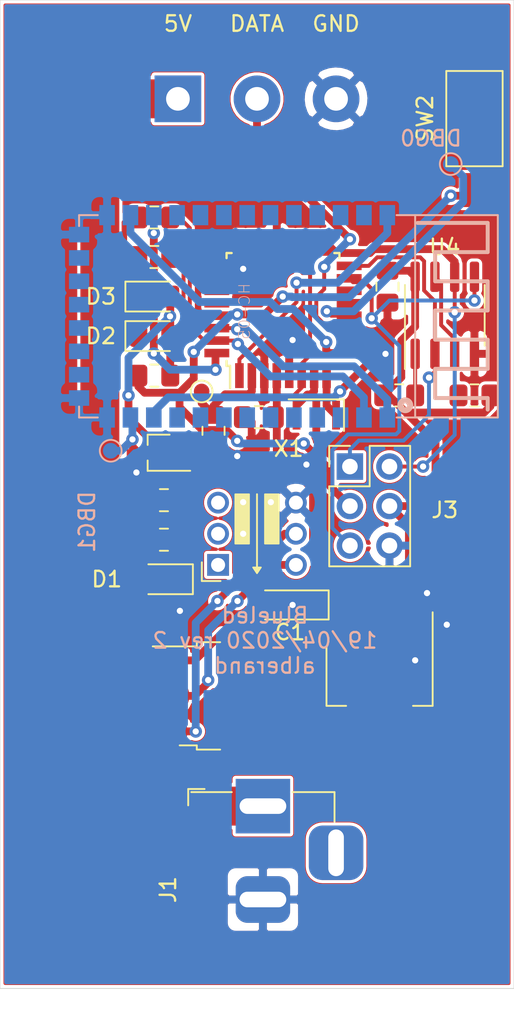
<source format=kicad_pcb>
(kicad_pcb (version 20171130) (host pcbnew 5.1.5)
  (layers (0 F.Cu signal) (31 B.Cu signal) (34 B.Paste user hide) (35 F.Paste user hide) (36 B.SilkS user) (37 F.SilkS user) (38 B.Mask user hide) (39 F.Mask user hide) (44 Edge.Cuts user hide))
  (net 0 "")
  (net 1 "Net-(D1-Pad2)")
  (net 2 "Net-(U1-Pad7)")
  (net 3 "Net-(U1-Pad8)")
  (net 4 "Net-(U1-Pad13)")
  (net 5 "Net-(U1-Pad19)")
  (net 6 "Net-(U1-Pad22)")
  (net 7 "Net-(U1-Pad23)")
  (net 8 "Net-(U1-Pad24)")
  (net 9 "Net-(U1-Pad25)")
  (net 10 "Net-(U1-Pad26)")
  (net 11 "Net-(U1-Pad27)")
  (net 12 "Net-(U1-Pad28)")
  (net 13 "Net-(U2-Pad20)")
  (net 14 "Net-(U2-Pad19)")
  (net 15 "Net-(U2-Pad18)")
  (net 16 "Net-(U2-Pad17)")
  (net 17 "Net-(U2-Pad16)")
  (net 18 "Net-(U2-Pad15)")
  (net 19 "Net-(U2-Pad30)")
  (net 20 "Net-(U2-Pad25)")
  (net 21 "Net-(U2-Pad26)")
  (net 22 "Net-(U2-Pad31)")
  (net 23 "Net-(U2-Pad28)")
  (net 24 "Net-(U2-Pad27)")
  (net 25 "Net-(U2-Pad33)")
  (net 26 "Net-(U2-Pad29)")
  (net 27 "Net-(U2-Pad9)")
  (net 28 "Net-(U2-Pad10)")
  (net 29 "Net-(U2-Pad7)")
  (net 30 "Net-(U2-Pad8)")
  (net 31 "Net-(U2-Pad5)")
  (net 32 "Net-(U2-Pad6)")
  (net 33 "Net-(U2-Pad3)")
  (net 34 "Net-(U2-Pad4)")
  (net 35 GND)
  (net 36 "Net-(D2-Pad1)")
  (net 37 "Net-(Q1-Pad3)")
  (net 38 /VINJACK)
  (net 39 /VIN)
  (net 40 /+3V3)
  (net 41 "Net-(D3-Pad1)")
  (net 42 /DATA)
  (net 43 /RESET)
  (net 44 /SCK)
  (net 45 /MOSI)
  (net 46 /MISO)
  (net 47 "Net-(Q2-Pad2)")
  (net 48 /RX)
  (net 49 "Net-(R4-Pad2)")
  (net 50 /~HC-POWER-EN)
  (net 51 /TX)
  (net 52 "Net-(R7-Pad1)")
  (net 53 /HC-STATE)
  (net 54 "Net-(U1-Pad14)")
  (net 55 /HC-RESET)
  (net 56 /HC-DISCNCT)
  (net 57 /HC-ATMODE)
  (net 58 "Net-(U2-Pad32)")
  (net 59 "Net-(S1-Pad3)")
  (net 60 "Net-(S1-Pad1)")
  (net 61 "Net-(S1-Pad2)")
  (net 62 "Net-(DBG1-Pad1)")
  (net 63 "Net-(DBG0-Pad1)")
  (module MOUDLE-BLUETOOTH-HC-05_34P-27X13MM_:BT34P-SMD-1.5-26.9X13.0X2.2MM (layer B.Cu) (at 143.891 95.25 90)
    (fp_text reference U2 hide)
    (fp_text value HC-05 (at 0.318055 10.6232 90) (layer B.SilkS) (effects (font (size 0.70123 0.70123) (thickness 0.05)) (justify mirror)))
    (pad 13 smd rect (at -6.5 1.8 90) (size 1.3 1) (layers B.Cu B.Paste B.Mask) (net 35 GND))
    (pad 12 smd rect (at -6.5 3.3 90) (size 1.3 1) (layers B.Cu B.Paste B.Mask) (net 62 "Net-(DBG1-Pad1)"))
    (pad 11 smd rect (at -6.5 4.8 90) (size 1.3 1) (layers B.Cu B.Paste B.Mask) (net 55 /HC-RESET))
    (pad 10 smd rect (at -6.5 6.3 90) (size 1.3 1) (layers B.Cu B.Paste B.Mask) (net 28 "Net-(U2-Pad10)"))
    (pad 9 smd rect (at -6.5 7.8 90) (size 1.3 1) (layers B.Cu B.Paste B.Mask) (net 27 "Net-(U2-Pad9)"))
    (pad 8 smd rect (at -6.5 9.3 90) (size 1.3 1) (layers B.Cu B.Paste B.Mask) (net 30 "Net-(U2-Pad8)"))
    (pad 7 smd rect (at -6.5 10.8 90) (size 1.3 1) (layers B.Cu B.Paste B.Mask) (net 29 "Net-(U2-Pad7)"))
    (pad 6 smd rect (at -6.5 12.3 90) (size 1.3 1) (layers B.Cu B.Paste B.Mask) (net 32 "Net-(U2-Pad6)"))
    (pad 5 smd rect (at -6.5 13.8 90) (size 1.3 1) (layers B.Cu B.Paste B.Mask) (net 31 "Net-(U2-Pad5)"))
    (pad 4 smd rect (at -6.5 15.3 90) (size 1.3 1) (layers B.Cu B.Paste B.Mask) (net 34 "Net-(U2-Pad4)"))
    (pad 3 smd rect (at -6.5 16.8 90) (size 1.3 1) (layers B.Cu B.Paste B.Mask) (net 33 "Net-(U2-Pad3)"))
    (pad 2 smd rect (at -6.5 18.3 90) (size 1.3 1) (layers B.Cu B.Paste B.Mask) (net 51 /TX))
    (pad 1 smd rect (at -6.5 19.8 90) (size 1.3 1) (layers B.Cu B.Paste B.Mask) (net 48 /RX))
    (pad 34 smd rect (at 6.5 19.8 270) (size 1.3 1) (layers B.Cu B.Paste B.Mask) (net 57 /HC-ATMODE))
    (pad 33 smd rect (at 6.5 18.3 270) (size 1.3 1) (layers B.Cu B.Paste B.Mask) (net 25 "Net-(U2-Pad33)"))
    (pad 32 smd rect (at 6.5 16.8 270) (size 1.3 1) (layers B.Cu B.Paste B.Mask) (net 58 "Net-(U2-Pad32)"))
    (pad 31 smd rect (at 6.5 15.3 270) (size 1.3 1) (layers B.Cu B.Paste B.Mask) (net 22 "Net-(U2-Pad31)"))
    (pad 30 smd rect (at 6.5 13.8 270) (size 1.3 1) (layers B.Cu B.Paste B.Mask) (net 19 "Net-(U2-Pad30)"))
    (pad 29 smd rect (at 6.5 12.3 270) (size 1.3 1) (layers B.Cu B.Paste B.Mask) (net 26 "Net-(U2-Pad29)"))
    (pad 28 smd rect (at 6.5 10.8 270) (size 1.3 1) (layers B.Cu B.Paste B.Mask) (net 23 "Net-(U2-Pad28)"))
    (pad 27 smd rect (at 6.5 9.3 270) (size 1.3 1) (layers B.Cu B.Paste B.Mask) (net 24 "Net-(U2-Pad27)"))
    (pad 26 smd rect (at 6.5 7.8 270) (size 1.3 1) (layers B.Cu B.Paste B.Mask) (net 21 "Net-(U2-Pad26)"))
    (pad 25 smd rect (at 6.5 6.3 270) (size 1.3 1) (layers B.Cu B.Paste B.Mask) (net 20 "Net-(U2-Pad25)"))
    (pad 24 smd rect (at 6.5 4.8 270) (size 1.3 1) (layers B.Cu B.Paste B.Mask) (net 53 /HC-STATE))
    (pad 23 smd rect (at 6.5 3.3 270) (size 1.3 1) (layers B.Cu B.Paste B.Mask) (net 56 /HC-DISCNCT))
    (pad 22 smd rect (at 6.5 1.8 270) (size 1.3 1) (layers B.Cu B.Paste B.Mask) (net 35 GND))
    (pad 21 smd rect (at 5.25 0) (size 1.3 1) (layers B.Cu B.Paste B.Mask) (net 35 GND))
    (pad 20 smd rect (at 3.75 0) (size 1.3 1) (layers B.Cu B.Paste B.Mask) (net 13 "Net-(U2-Pad20)"))
    (pad 19 smd rect (at 2.25 0) (size 1.3 1) (layers B.Cu B.Paste B.Mask) (net 14 "Net-(U2-Pad19)"))
    (pad 18 smd rect (at 0.75 0) (size 1.3 1) (layers B.Cu B.Paste B.Mask) (net 15 "Net-(U2-Pad18)"))
    (pad 16 smd rect (at -2.25 0) (size 1.3 1) (layers B.Cu B.Paste B.Mask) (net 17 "Net-(U2-Pad16)"))
    (pad 15 smd rect (at -3.75 0) (size 1.3 1) (layers B.Cu B.Paste B.Mask) (net 18 "Net-(U2-Pad15)"))
    (pad 14 smd rect (at -5.25 0) (size 1.3 1) (layers B.Cu B.Paste B.Mask) (net 35 GND))
    (pad 17 smd rect (at -0.75 0) (size 1.3 1) (layers B.Cu B.Paste B.Mask) (net 16 "Net-(U2-Pad17)"))
  )
  (module Capacitor_Tantalum_SMD:CP_EIA-3216-18_Kemet-A_Pad1.58x1.35mm_HandSolder (layer F.Cu) (at 157.4395 113.792 180)
    (fp_text reference C1 (at 0 -1.75) (layer F.SilkS))
    (fp_text value 10uF)
    (pad 2 smd roundrect (at 1.4375 0 180) (size 1.575 1.35) (layers F.Cu F.Paste F.Mask) (roundrect_rratio 0.185185) (net 35 GND))
    (pad 1 smd roundrect (at -1.4375 0 180) (size 1.575 1.35) (layers F.Cu F.Paste F.Mask) (roundrect_rratio 0.185185) (net 39 /VIN))
  )
  (module TestPoint:TestPoint_Pad_D1.0mm (layer F.Cu) (at 151.765 100.076 90)
    (fp_text reference DBG2 hide)
    (fp_text value DBG-HC-RST)
    (pad 1 smd circle (at 0 0 90) (size 1 1) (layers F.Cu F.Mask) (net 50 /~HC-POWER-EN))
  )
  (module TestPoint:TestPoint_Pad_D1.0mm (layer B.Cu) (at 145.923 103.886 180)
    (fp_text reference DBG1 (at 1.524 -4.572 270) (layer B.SilkS) (effects (justify mirror)))
    (fp_text value DBG-HC-PWR)
    (pad 1 smd circle (at 0 0 180) (size 1 1) (layers B.Cu B.Mask) (net 62 "Net-(DBG1-Pad1)"))
  )
  (module TestPoint:TestPoint_Pad_D1.0mm (layer B.Cu) (at 167.767 85.471)
    (fp_text reference DBG0 (at -1.27 -1.651) (layer B.SilkS) (effects (justify mirror)))
    (fp_text value Debug)
    (pad 1 smd circle (at 0 0) (size 1 1) (layers B.Cu B.Mask) (net 63 "Net-(DBG0-Pad1)"))
  )
  (module Connector_BarrelJack:BarrelJack_Horizontal (layer F.Cu) (at 155.701 126.715 90)
    (fp_text reference J1 (at -5.365 -6.095 90) (layer F.SilkS))
    (fp_text value Barrel_Jack)
    (pad 3 thru_hole roundrect (at -3 4.7 90) (size 3.5 3.5) (drill oval 3 1) (layers *.Cu *.Mask))
    (pad 2 thru_hole roundrect (at -6 0 90) (size 3 3.5) (drill oval 1 3) (layers *.Cu *.Mask) (net 35 GND))
    (pad 1 thru_hole rect (at 0 0 90) (size 3.5 3.5) (drill oval 1 3) (layers *.Cu *.Mask) (net 38 /VINJACK))
  )
  (module blueled:XKB7070-Z (layer F.Cu) (at 155.321 109.22 180)
    (fp_text reference S1 hide)
    (fp_text value SWITCH-DPDT-PTH-GPI-152-3013)
    (pad 3 thru_hole circle (at 2.5 2 180) (size 1.4 1.4) (drill 0.9) (layers *.Cu *.Mask) (net 59 "Net-(S1-Pad3)"))
    (pad 1 thru_hole rect (at 2.5 -2 180) (size 1.4 1.4) (drill 0.9) (layers *.Cu *.Mask) (net 60 "Net-(S1-Pad1)"))
    (pad 6 thru_hole circle (at -2.5 -2 180) (size 1.4 1.4) (drill 0.9) (layers *.Cu *.Mask) (net 38 /VINJACK))
    (pad 4 thru_hole circle (at -2.5 2 180) (size 1.4 1.4) (drill 0.9) (layers *.Cu *.Mask) (net 35 GND))
    (pad 5 thru_hole circle (at -2.5 0 180) (size 1.4 1.4) (drill 0.9) (layers *.Cu *.Mask) (net 37 "Net-(Q1-Pad3)"))
    (pad 2 thru_hole circle (at 2.5 0 180) (size 1.4 1.4) (drill 0.9) (layers *.Cu *.Mask) (net 61 "Net-(S1-Pad2)"))
  )
  (module blueled:Resonator_SMD_muRata_CSTNE_3Pin_3.2x1.3mm (layer F.Cu) (at 159.131 101.6 180)
    (fp_text reference X1 (at 1.778 -2.159) (layer F.SilkS))
    (fp_text value RESON-MURATA-CSTCE)
    (pad 3 smd rect (at 1.27 0 180) (size 0.5 1.85) (layers F.Cu F.Paste F.Mask) (net 2 "Net-(U1-Pad7)"))
    (pad 2 smd rect (at 0 0 180) (size 0.5 1.85) (layers F.Cu F.Paste F.Mask) (net 35 GND))
    (pad 1 smd rect (at -1.27 0 180) (size 0.5 1.85) (layers F.Cu F.Paste F.Mask) (net 3 "Net-(U1-Pad8)"))
  )
  (module Package_SO:SOIC-8_3.9x4.9mm_P1.27mm (layer F.Cu) (at 167.386 95.185 90)
    (fp_text reference U4 (at 4.38 0 180) (layer F.SilkS))
    (fp_text value AT25SF081)
    (pad 8 smd roundrect (at 2.475 -1.905 90) (size 1.95 0.6) (layers F.Cu F.Paste F.Mask) (net 40 /+3V3))
    (pad 7 smd roundrect (at 2.475 -0.635 90) (size 1.95 0.6) (layers F.Cu F.Paste F.Mask) (net 52 "Net-(R7-Pad1)"))
    (pad 6 smd roundrect (at 2.475 0.635 90) (size 1.95 0.6) (layers F.Cu F.Paste F.Mask) (net 44 /SCK))
    (pad 5 smd roundrect (at 2.475 1.905 90) (size 1.95 0.6) (layers F.Cu F.Paste F.Mask) (net 45 /MOSI))
    (pad 4 smd roundrect (at -2.475 1.905 90) (size 1.95 0.6) (layers F.Cu F.Paste F.Mask) (net 35 GND))
    (pad 3 smd roundrect (at -2.475 0.635 90) (size 1.95 0.6) (layers F.Cu F.Paste F.Mask) (net 52 "Net-(R7-Pad1)"))
    (pad 2 smd roundrect (at -2.475 -0.635 90) (size 1.95 0.6) (layers F.Cu F.Paste F.Mask) (net 46 /MISO))
    (pad 1 smd roundrect (at -2.475 -1.905 90) (size 1.95 0.6) (layers F.Cu F.Paste F.Mask) (net 49 "Net-(R4-Pad2)"))
  )
  (module Package_TO_SOT_SMD:SOT-223 (layer F.Cu) (at 163.195 118.364 270)
    (fp_text reference U3 hide)
    (fp_text value AMS1117-3.3)
    (pad 1 smd rect (at -3.15 -2.3 270) (size 2 1.5) (layers F.Cu F.Paste F.Mask) (net 35 GND))
    (pad 3 smd rect (at -3.15 2.3 270) (size 2 1.5) (layers F.Cu F.Paste F.Mask) (net 39 /VIN))
    (pad 2 smd rect (at -3.15 0 270) (size 2 1.5) (layers F.Cu F.Paste F.Mask) (net 40 /+3V3))
    (pad 4 smd rect (at 3.15 0 270) (size 2 3.8) (layers F.Cu F.Paste F.Mask))
  )
  (module Connector_PinHeader_2.54mm:PinHeader_2x03_P2.54mm_Vertical (layer F.Cu) (at 161.29 104.902)
    (fp_text reference J3 (at 6.096 2.794) (layer F.SilkS))
    (fp_text value ICSP)
    (pad 6 thru_hole oval (at 2.54 5.08) (size 1.7 1.7) (drill 1) (layers *.Cu *.Mask) (net 35 GND))
    (pad 5 thru_hole oval (at 0 5.08) (size 1.7 1.7) (drill 1) (layers *.Cu *.Mask) (net 45 /MOSI))
    (pad 4 thru_hole oval (at 2.54 2.54) (size 1.7 1.7) (drill 1) (layers *.Cu *.Mask) (net 40 /+3V3))
    (pad 3 thru_hole oval (at 0 2.54) (size 1.7 1.7) (drill 1) (layers *.Cu *.Mask) (net 43 /RESET))
    (pad 2 thru_hole oval (at 2.54 0) (size 1.7 1.7) (drill 1) (layers *.Cu *.Mask) (net 44 /SCK))
    (pad 1 thru_hole rect (at 0 0) (size 1.7 1.7) (drill 1) (layers *.Cu *.Mask) (net 46 /MISO))
  )
  (module Resistor_SMD:R_0805_2012Metric_Pad1.15x1.40mm_HandSolder (layer F.Cu) (at 169.291 100.33)
    (fp_text reference R7 hide)
    (fp_text value 1k)
    (pad 2 smd roundrect (at 1.025 0) (size 1.15 1.4) (layers F.Cu F.Paste F.Mask) (roundrect_rratio 0.217391) (net 40 /+3V3))
    (pad 1 smd roundrect (at -1.025 0) (size 1.15 1.4) (layers F.Cu F.Paste F.Mask) (roundrect_rratio 0.217391) (net 52 "Net-(R7-Pad1)"))
  )
  (module Resistor_SMD:R_0805_2012Metric_Pad1.15x1.40mm_HandSolder (layer F.Cu) (at 148.726 91.44)
    (fp_text reference R6 hide)
    (fp_text value 1k)
    (pad 2 smd roundrect (at 1.025 0) (size 1.15 1.4) (layers F.Cu F.Paste F.Mask) (roundrect_rratio 0.217391) (net 51 /TX))
    (pad 1 smd roundrect (at -1.025 0) (size 1.15 1.4) (layers F.Cu F.Paste F.Mask) (roundrect_rratio 0.217391) (net 41 "Net-(D3-Pad1)"))
  )
  (module Resistor_SMD:R_0805_2012Metric_Pad1.15x1.40mm_HandSolder (layer F.Cu) (at 152.527 102.607 270)
    (fp_text reference R5 hide)
    (fp_text value 1k)
    (pad 2 smd roundrect (at 1.025 0 270) (size 1.15 1.4) (layers F.Cu F.Paste F.Mask) (roundrect_rratio 0.217391) (net 47 "Net-(Q2-Pad2)"))
    (pad 1 smd roundrect (at -1.025 0 270) (size 1.15 1.4) (layers F.Cu F.Paste F.Mask) (roundrect_rratio 0.217391) (net 50 /~HC-POWER-EN))
  )
  (module Package_TO_SOT_SMD:SOT-323_SC-70_Handsoldering (layer F.Cu) (at 149.031 104.013 180)
    (fp_text reference Q2 hide)
    (fp_text value Q_PNP_EBC)
    (pad 3 smd rect (at 1.33 0 90) (size 0.45 1.5) (layers F.Cu F.Paste F.Mask) (net 62 "Net-(DBG1-Pad1)"))
    (pad 2 smd rect (at -1.33 0.65 90) (size 0.45 1.5) (layers F.Cu F.Paste F.Mask) (net 47 "Net-(Q2-Pad2)"))
    (pad 1 smd rect (at -1.33 -0.65 90) (size 0.45 1.5) (layers F.Cu F.Paste F.Mask) (net 40 /+3V3))
  )
  (module LED_SMD:LED_0805_2012Metric_Pad1.15x1.40mm_HandSolder (layer F.Cu) (at 148.726 93.98)
    (fp_text reference D3 (at -3.438 0) (layer F.SilkS))
    (fp_text value LED)
    (pad 2 smd roundrect (at 1.025 0) (size 1.15 1.4) (layers F.Cu F.Paste F.Mask) (roundrect_rratio 0.217391) (net 40 /+3V3))
    (pad 1 smd roundrect (at -1.025 0) (size 1.15 1.4) (layers F.Cu F.Paste F.Mask) (roundrect_rratio 0.217391) (net 41 "Net-(D3-Pad1)"))
  )
  (module Capacitor_SMD:C_0805_2012Metric_Pad1.15x1.40mm_HandSolder (layer F.Cu) (at 149.343 107.061 180)
    (fp_text reference C2 hide)
    (fp_text value 10uF)
    (pad 2 smd roundrect (at 1.025 0 180) (size 1.15 1.4) (layers F.Cu F.Paste F.Mask) (roundrect_rratio 0.217391) (net 40 /+3V3))
    (pad 1 smd roundrect (at -1.025 0 180) (size 1.15 1.4) (layers F.Cu F.Paste F.Mask) (roundrect_rratio 0.217391) (net 35 GND))
  )
  (module Resistor_SMD:R_0805_2012Metric_Pad1.15x1.40mm_HandSolder (layer F.Cu) (at 164.456 100.33)
    (fp_text reference R4 hide)
    (fp_text value 1k)
    (pad 2 smd roundrect (at 1.025 0) (size 1.15 1.4) (layers F.Cu F.Paste F.Mask) (roundrect_rratio 0.217391) (net 49 "Net-(R4-Pad2)"))
    (pad 1 smd roundrect (at -1.025 0) (size 1.15 1.4) (layers F.Cu F.Paste F.Mask) (roundrect_rratio 0.217391) (net 40 /+3V3))
  )
  (module Resistor_SMD:R_0805_2012Metric_Pad1.15x1.40mm_HandSolder (layer F.Cu) (at 148.726 88.9)
    (fp_text reference R3 hide)
    (fp_text value 1k)
    (pad 2 smd roundrect (at 1.025 0) (size 1.15 1.4) (layers F.Cu F.Paste F.Mask) (roundrect_rratio 0.217391) (net 48 /RX))
    (pad 1 smd roundrect (at -1.025 0) (size 1.15 1.4) (layers F.Cu F.Paste F.Mask) (roundrect_rratio 0.217391) (net 36 "Net-(D2-Pad1)"))
  )
  (module Resistor_SMD:R_0805_2012Metric_Pad1.15x1.40mm_HandSolder (layer F.Cu) (at 149.343 109.601)
    (fp_text reference R2 hide)
    (fp_text value 1k)
    (pad 2 smd roundrect (at 1.025 0) (size 1.15 1.4) (layers F.Cu F.Paste F.Mask) (roundrect_rratio 0.217391) (net 1 "Net-(D1-Pad2)"))
    (pad 1 smd roundrect (at -1.025 0) (size 1.15 1.4) (layers F.Cu F.Paste F.Mask) (roundrect_rratio 0.217391) (net 40 /+3V3))
  )
  (module Resistor_SMD:R_0805_2012Metric_Pad1.15x1.40mm_HandSolder (layer F.Cu) (at 148.726 99.06 180)
    (fp_text reference R1 hide)
    (fp_text value 1k)
    (pad 2 smd roundrect (at 1.025 0 180) (size 1.15 1.4) (layers F.Cu F.Paste F.Mask) (roundrect_rratio 0.217391) (net 43 /RESET))
    (pad 1 smd roundrect (at -1.025 0 180) (size 1.15 1.4) (layers F.Cu F.Paste F.Mask) (roundrect_rratio 0.217391) (net 40 /+3V3))
  )
  (module LED_SMD:LED_0805_2012Metric_Pad1.15x1.40mm_HandSolder (layer F.Cu) (at 148.726 96.52)
    (fp_text reference D2 (at -3.438 0) (layer F.SilkS))
    (fp_text value LED)
    (pad 2 smd roundrect (at 1.025 0) (size 1.15 1.4) (layers F.Cu F.Paste F.Mask) (roundrect_rratio 0.217391) (net 40 /+3V3))
    (pad 1 smd roundrect (at -1.025 0) (size 1.15 1.4) (layers F.Cu F.Paste F.Mask) (roundrect_rratio 0.217391) (net 36 "Net-(D2-Pad1)"))
  )
  (module LED_SMD:LED_0805_2012Metric_Pad1.15x1.40mm_HandSolder (layer F.Cu) (at 149.343 112.141 180)
    (fp_text reference D1 (at 3.674 0) (layer F.SilkS))
    (fp_text value LED)
    (pad 2 smd roundrect (at 1.025 0 180) (size 1.15 1.4) (layers F.Cu F.Paste F.Mask) (roundrect_rratio 0.217391) (net 1 "Net-(D1-Pad2)"))
    (pad 1 smd roundrect (at -1.025 0 180) (size 1.15 1.4) (layers F.Cu F.Paste F.Mask) (roundrect_rratio 0.217391) (net 35 GND))
  )
  (module Capacitor_SMD:C_0805_2012Metric_Pad1.15x1.40mm_HandSolder (layer F.Cu) (at 163.703 93.345 270)
    (fp_text reference C4 hide)
    (fp_text value 100n)
    (pad 2 smd roundrect (at 1.025 0 270) (size 1.15 1.4) (layers F.Cu F.Paste F.Mask) (roundrect_rratio 0.217391) (net 35 GND))
    (pad 1 smd roundrect (at -1.025 0 270) (size 1.15 1.4) (layers F.Cu F.Paste F.Mask) (roundrect_rratio 0.217391) (net 40 /+3V3))
  )
  (module Capacitor_SMD:C_0805_2012Metric_Pad1.15x1.40mm_HandSolder (layer F.Cu) (at 155.439 101.727)
    (fp_text reference C3 hide)
    (fp_text value 100n)
    (pad 2 smd roundrect (at 1.025 0) (size 1.15 1.4) (layers F.Cu F.Paste F.Mask) (roundrect_rratio 0.217391) (net 40 /+3V3))
    (pad 1 smd roundrect (at -1.025 0) (size 1.15 1.4) (layers F.Cu F.Paste F.Mask) (roundrect_rratio 0.217391) (net 35 GND))
  )
  (module TerminalBlock:TerminalBlock_bornier-3_P5.08mm (layer F.Cu) (at 150.241 81.28)
    (fp_text reference J2 hide)
    (fp_text value "LED Strip")
    (fp_text user 5V (at 0 -4.826) (layer F.SilkS))
    (fp_text user DATA (at 5.08 -4.826) (layer F.SilkS))
    (fp_text user GND (at 10.16 -4.826) (layer F.SilkS))
    (pad 3 thru_hole circle (at 10.16 0) (size 3 3) (drill 1.52) (layers *.Cu *.Mask) (net 35 GND))
    (pad 2 thru_hole circle (at 5.08 0) (size 3 3) (drill 1.52) (layers *.Cu *.Mask) (net 42 /DATA))
    (pad 1 thru_hole rect (at 0 0) (size 3 3) (drill 1.52) (layers *.Cu *.Mask) (net 39 /VIN))
  )
  (module Package_QFP:TQFP-32_7x7mm_P0.8mm (layer F.Cu) (at 156.991 94.81 90)
    (fp_text reference U1 hide)
    (fp_text value ATmega328P-AU)
    (pad 32 smd rect (at -2.8 -4.25 180) (size 1.6 0.55) (layers F.Cu F.Paste F.Mask) (net 53 /HC-STATE))
    (pad 31 smd rect (at -2 -4.25 180) (size 1.6 0.55) (layers F.Cu F.Paste F.Mask) (net 51 /TX))
    (pad 30 smd rect (at -1.2 -4.25 180) (size 1.6 0.55) (layers F.Cu F.Paste F.Mask) (net 48 /RX))
    (pad 29 smd rect (at -0.4 -4.25 180) (size 1.6 0.55) (layers F.Cu F.Paste F.Mask) (net 43 /RESET))
    (pad 28 smd rect (at 0.4 -4.25 180) (size 1.6 0.55) (layers F.Cu F.Paste F.Mask) (net 12 "Net-(U1-Pad28)"))
    (pad 27 smd rect (at 1.2 -4.25 180) (size 1.6 0.55) (layers F.Cu F.Paste F.Mask) (net 11 "Net-(U1-Pad27)"))
    (pad 26 smd rect (at 2 -4.25 180) (size 1.6 0.55) (layers F.Cu F.Paste F.Mask) (net 10 "Net-(U1-Pad26)"))
    (pad 25 smd rect (at 2.8 -4.25 180) (size 1.6 0.55) (layers F.Cu F.Paste F.Mask) (net 9 "Net-(U1-Pad25)"))
    (pad 24 smd rect (at 4.25 -2.8 90) (size 1.6 0.55) (layers F.Cu F.Paste F.Mask) (net 8 "Net-(U1-Pad24)"))
    (pad 23 smd rect (at 4.25 -2 90) (size 1.6 0.55) (layers F.Cu F.Paste F.Mask) (net 7 "Net-(U1-Pad23)"))
    (pad 22 smd rect (at 4.25 -1.2 90) (size 1.6 0.55) (layers F.Cu F.Paste F.Mask) (net 6 "Net-(U1-Pad22)"))
    (pad 21 smd rect (at 4.25 -0.4 90) (size 1.6 0.55) (layers F.Cu F.Paste F.Mask) (net 35 GND))
    (pad 20 smd rect (at 4.25 0.4 90) (size 1.6 0.55) (layers F.Cu F.Paste F.Mask) (net 40 /+3V3))
    (pad 19 smd rect (at 4.25 1.2 90) (size 1.6 0.55) (layers F.Cu F.Paste F.Mask) (net 5 "Net-(U1-Pad19)"))
    (pad 18 smd rect (at 4.25 2 90) (size 1.6 0.55) (layers F.Cu F.Paste F.Mask) (net 40 /+3V3))
    (pad 17 smd rect (at 4.25 2.8 90) (size 1.6 0.55) (layers F.Cu F.Paste F.Mask) (net 44 /SCK))
    (pad 16 smd rect (at 2.8 4.25 180) (size 1.6 0.55) (layers F.Cu F.Paste F.Mask) (net 46 /MISO))
    (pad 15 smd rect (at 2 4.25 180) (size 1.6 0.55) (layers F.Cu F.Paste F.Mask) (net 45 /MOSI))
    (pad 14 smd rect (at 1.2 4.25 180) (size 1.6 0.55) (layers F.Cu F.Paste F.Mask) (net 54 "Net-(U1-Pad14)"))
    (pad 13 smd rect (at 0.4 4.25 180) (size 1.6 0.55) (layers F.Cu F.Paste F.Mask) (net 4 "Net-(U1-Pad13)"))
    (pad 12 smd rect (at -0.4 4.25 180) (size 1.6 0.55) (layers F.Cu F.Paste F.Mask) (net 63 "Net-(DBG0-Pad1)"))
    (pad 11 smd rect (at -1.2 4.25 180) (size 1.6 0.55) (layers F.Cu F.Paste F.Mask) (net 42 /DATA))
    (pad 10 smd rect (at -2 4.25 180) (size 1.6 0.55) (layers F.Cu F.Paste F.Mask) (net 55 /HC-RESET))
    (pad 9 smd rect (at -2.8 4.25 180) (size 1.6 0.55) (layers F.Cu F.Paste F.Mask) (net 56 /HC-DISCNCT))
    (pad 8 smd rect (at -4.25 2.8 90) (size 1.6 0.55) (layers F.Cu F.Paste F.Mask) (net 3 "Net-(U1-Pad8)"))
    (pad 7 smd rect (at -4.25 2 90) (size 1.6 0.55) (layers F.Cu F.Paste F.Mask) (net 2 "Net-(U1-Pad7)"))
    (pad 6 smd rect (at -4.25 1.2 90) (size 1.6 0.55) (layers F.Cu F.Paste F.Mask) (net 40 /+3V3))
    (pad 5 smd rect (at -4.25 0.4 90) (size 1.6 0.55) (layers F.Cu F.Paste F.Mask) (net 35 GND))
    (pad 4 smd rect (at -4.25 -0.4 90) (size 1.6 0.55) (layers F.Cu F.Paste F.Mask) (net 40 /+3V3))
    (pad 3 smd rect (at -4.25 -1.2 90) (size 1.6 0.55) (layers F.Cu F.Paste F.Mask) (net 35 GND))
    (pad 2 smd rect (at -4.25 -2 90) (size 1.6 0.55) (layers F.Cu F.Paste F.Mask) (net 50 /~HC-POWER-EN))
    (pad 1 smd rect (at -4.25 -2.8 90) (size 1.6 0.55) (layers F.Cu F.Paste F.Mask) (net 57 /HC-ATMODE))
  )
  (module Button_Switch_SMD:SW_SPST_FSMSM (layer F.Cu) (at 169.291 82.55 90)
    (fp_text reference SW2 (at 0 -3.175 90) (layer F.SilkS))
    (fp_text value PUSH)
    (pad 2 smd rect (at 4.59 0 90) (size 2.18 1.6) (layers F.Cu F.Paste F.Mask) (net 35 GND))
    (pad 1 smd rect (at -4.59 0 90) (size 2.18 1.6) (layers F.Cu F.Paste F.Mask) (net 43 /RESET))
  )
  (module Package_TO_SOT_SMD:TO-252-3_TabPin4 (layer F.Cu) (at 153.924 119.634)
    (fp_text reference Q1 hide)
    (fp_text value Q_PMOS_SDG)
    (pad 4 smd rect (at 2.1 0) (size 6.4 5.8) (layers F.Cu F.Mask))
    (pad 3 smd rect (at -4.2 2.28) (size 2.2 1.2) (layers F.Cu F.Paste F.Mask) (net 37 "Net-(Q1-Pad3)"))
    (pad 2 smd rect (at -4.2 0) (size 2.2 1.2) (layers F.Cu F.Paste F.Mask) (net 38 /VINJACK))
    (pad 1 smd rect (at -4.2 -2.28) (size 2.2 1.2) (layers F.Cu F.Paste F.Mask) (net 39 /VIN))
  )
  (gr_text "Blueled\n19/04/2020 rev 2\nalberand" (at 155.829 116.078) (layer B.SilkS) (effects (font (size 1 1)) (justify mirror)))
  (gr_line (start 138.811 138.43) (end 138.811 74.93) (layer Edge.Cuts) (width 0.05))
  (gr_line (start 171.831 138.43) (end 138.811 138.43) (layer Edge.Cuts) (width 0.05))
  (gr_line (start 171.831 74.93) (end 171.831 138.43) (layer Edge.Cuts) (width 0.05))
  (gr_line (start 138.811 74.93) (end 171.831 74.93) (layer Edge.Cuts) (width 0.05))
  (segment (start 148.318 111.651) (end 150.368 109.601) (width 0.5) (layer F.Cu) (net 1))
  (segment (start 148.318 112.141) (end 148.318 111.651) (width 0.5) (layer F.Cu) (net 1))
  (segment (start 158.771003 100.274999) (end 158.991 100.055002) (width 0.5) (layer F.Cu) (net 2))
  (segment (start 158.560999 100.274999) (end 158.771003 100.274999) (width 0.5) (layer F.Cu) (net 2))
  (segment (start 157.861 100.974998) (end 158.560999 100.274999) (width 0.5) (layer F.Cu) (net 2))
  (segment (start 158.991 100.055002) (end 158.991 99.06) (width 0.5) (layer F.Cu) (net 2))
  (segment (start 157.861 101.6) (end 157.861 100.974998) (width 0.5) (layer F.Cu) (net 2))
  (segment (start 159.791 100.99) (end 160.401 101.6) (width 0.5) (layer F.Cu) (net 3))
  (segment (start 159.791 99.06) (end 159.791 100.99) (width 0.5) (layer F.Cu) (net 3))
  (via (at 157.607 96.774) (size 0.8) (drill 0.4) (layers F.Cu B.Cu) (net 35))
  (via (at 154.432 92.202) (size 0.8) (drill 0.4) (layers F.Cu B.Cu) (net 35))
  (via (at 158.496 104.775) (size 0.8) (drill 0.4) (layers F.Cu B.Cu) (net 35))
  (via (at 163.576 97.663) (size 0.8) (drill 0.4) (layers F.Cu B.Cu) (net 35))
  (segment (start 154.541 101.6) (end 154.978001 102.037001) (width 0.5) (layer F.Cu) (net 35))
  (segment (start 154.616685 104.22899) (end 154.051 104.22899) (width 0.5) (layer F.Cu) (net 35))
  (segment (start 154.978001 103.867674) (end 154.616685 104.22899) (width 0.5) (layer F.Cu) (net 35))
  (segment (start 154.978001 102.037001) (end 154.978001 103.867674) (width 0.5) (layer F.Cu) (net 35))
  (via (at 154.051 104.22899) (size 0.8) (drill 0.4) (layers F.Cu B.Cu) (net 35))
  (via (at 154.432 107.188) (size 0.8) (drill 0.4) (layers F.Cu B.Cu) (net 35))
  (via (at 156.21 107.188) (size 0.8) (drill 0.4) (layers F.Cu B.Cu) (net 35))
  (via (at 154.432 109.22) (size 0.8) (drill 0.4) (layers F.Cu B.Cu) (net 35))
  (via (at 147.574 105.283) (size 0.8) (drill 0.4) (layers F.Cu B.Cu) (net 35))
  (via (at 150.368 114.173) (size 0.8) (drill 0.4) (layers F.Cu B.Cu) (net 35))
  (via (at 157.607 113.792) (size 0.8) (drill 0.4) (layers F.Cu B.Cu) (net 35))
  (via (at 165.481 117.348) (size 0.8) (drill 0.4) (layers F.Cu B.Cu) (net 35))
  (via (at 167.513 115.062) (size 0.8) (drill 0.4) (layers F.Cu B.Cu) (net 35))
  (via (at 166.243 113.03) (size 0.8) (drill 0.4) (layers F.Cu B.Cu) (net 35))
  (segment (start 146.80099 96.19499) (end 146.80099 89.22501) (width 0.35) (layer F.Cu) (net 36))
  (segment (start 147.126 96.52) (end 146.80099 96.19499) (width 0.35) (layer F.Cu) (net 36))
  (segment (start 147.701 96.52) (end 147.126 96.52) (width 0.35) (layer F.Cu) (net 36))
  (segment (start 147.126 88.9) (end 147.701 88.9) (width 0.35) (layer F.Cu) (net 36))
  (segment (start 146.80099 89.22501) (end 147.126 88.9) (width 0.35) (layer F.Cu) (net 36))
  (via (at 151.384 121.92) (size 0.8) (drill 0.4) (layers F.Cu B.Cu) (net 37))
  (segment (start 151.378 121.914) (end 151.384 121.92) (width 0.5) (layer F.Cu) (net 37))
  (via (at 152.781 113.538) (size 0.8) (drill 0.4) (layers F.Cu B.Cu) (net 37))
  (segment (start 149.724 121.914) (end 151.378 121.914) (width 0.5) (layer F.Cu) (net 37))
  (segment (start 157.099 109.22) (end 157.821 109.22) (width 0.5) (layer F.Cu) (net 37))
  (segment (start 152.781 113.538) (end 157.099 109.22) (width 0.5) (layer F.Cu) (net 37))
  (segment (start 151.384 114.935) (end 152.781 113.538) (width 0.5) (layer B.Cu) (net 37))
  (segment (start 151.384 121.92) (end 151.384 114.935) (width 0.5) (layer B.Cu) (net 37))
  (segment (start 150.304998 126.715) (end 146.812 123.222002) (width 2.5) (layer F.Cu) (net 38))
  (segment (start 155.701 126.715) (end 150.304998 126.715) (width 2.5) (layer F.Cu) (net 38))
  (segment (start 147.783998 119.634) (end 149.724 119.634) (width 2.5) (layer F.Cu) (net 38))
  (segment (start 146.812 120.605998) (end 147.783998 119.634) (width 2.5) (layer F.Cu) (net 38))
  (segment (start 146.812 123.222002) (end 146.812 120.605998) (width 2.5) (layer F.Cu) (net 38))
  (via (at 154.06791 113.538) (size 0.8) (drill 0.4) (layers F.Cu B.Cu) (net 38))
  (segment (start 149.724 119.634) (end 151.324 119.634) (width 0.5) (layer F.Cu) (net 38))
  (segment (start 151.324 119.634) (end 152.18401 118.77399) (width 0.5) (layer F.Cu) (net 38))
  (segment (start 152.18401 118.77399) (end 152.18401 118.618) (width 0.5) (layer F.Cu) (net 38))
  (via (at 152.18401 118.618) (size 0.8) (drill 0.4) (layers F.Cu B.Cu) (net 38))
  (segment (start 156.38591 111.22) (end 157.821 111.22) (width 0.5) (layer F.Cu) (net 38))
  (segment (start 154.06791 113.538) (end 156.38591 111.22) (width 0.5) (layer F.Cu) (net 38))
  (segment (start 152.18401 115.4219) (end 154.06791 113.538) (width 0.5) (layer B.Cu) (net 38))
  (segment (start 152.18401 118.618) (end 152.18401 115.4219) (width 0.5) (layer B.Cu) (net 38))
  (segment (start 146.241 81.28) (end 150.241 81.28) (width 2.5) (layer F.Cu) (net 39))
  (segment (start 145.225981 82.295019) (end 146.241 81.28) (width 2.5) (layer F.Cu) (net 39))
  (segment (start 149.724 117.354) (end 149.724 116.087) (width 1.5) (layer F.Cu) (net 39))
  (segment (start 149.724 116.087) (end 149.588 115.951) (width 1.5) (layer F.Cu) (net 39))
  (segment (start 149.588 115.951) (end 146.685 115.951) (width 1.5) (layer F.Cu) (net 39))
  (segment (start 145.225981 114.491981) (end 146.685 115.951) (width 1.5) (layer F.Cu) (net 39))
  (segment (start 145.225981 113.729981) (end 145.225981 114.491981) (width 1.5) (layer F.Cu) (net 39))
  (segment (start 145.225981 113.729981) (end 145.225981 82.295019) (width 2.5) (layer F.Cu) (net 39))
  (segment (start 145.225981 116.269981) (end 145.225981 113.729981) (width 2.5) (layer F.Cu) (net 39))
  (segment (start 149.724 117.354) (end 147.707 117.354) (width 1.5) (layer F.Cu) (net 39))
  (segment (start 145.225981 116.269981) (end 146.31 117.354) (width 1.5) (layer F.Cu) (net 39))
  (segment (start 147.707 117.354) (end 146.31 117.354) (width 1.5) (layer F.Cu) (net 39))
  (segment (start 159.250999 115.608001) (end 159.645 115.214) (width 0.5) (layer F.Cu) (net 39))
  (segment (start 159.645 115.214) (end 160.895 115.214) (width 0.5) (layer F.Cu) (net 39))
  (segment (start 153.069999 115.608001) (end 159.250999 115.608001) (width 0.5) (layer F.Cu) (net 39))
  (segment (start 151.324 117.354) (end 153.069999 115.608001) (width 0.5) (layer F.Cu) (net 39))
  (segment (start 149.724 117.354) (end 151.324 117.354) (width 0.5) (layer F.Cu) (net 39))
  (segment (start 147.707 117.354) (end 145.167 117.354) (width 1.5) (layer F.Cu) (net 39))
  (segment (start 159.473 113.792) (end 160.895 115.214) (width 0.5) (layer F.Cu) (net 39))
  (segment (start 158.877 113.792) (end 159.473 113.792) (width 0.5) (layer F.Cu) (net 39))
  (segment (start 164.679999 108.291999) (end 163.83 107.442) (width 0.5) (layer F.Cu) (net 40))
  (segment (start 165.080001 113.078999) (end 165.080001 108.692001) (width 0.5) (layer F.Cu) (net 40))
  (segment (start 165.080001 108.692001) (end 164.679999 108.291999) (width 0.5) (layer F.Cu) (net 40))
  (segment (start 163.195 114.964) (end 165.080001 113.078999) (width 0.5) (layer F.Cu) (net 40))
  (segment (start 148.318 109.601) (end 148.318 107.061) (width 0.5) (layer F.Cu) (net 40))
  (segment (start 148.318 106.706) (end 150.361 104.663) (width 0.5) (layer F.Cu) (net 40))
  (segment (start 148.318 107.061) (end 148.318 106.706) (width 0.5) (layer F.Cu) (net 40))
  (segment (start 156.591 101.6) (end 156.591 99.06) (width 0.5) (layer F.Cu) (net 40))
  (segment (start 149.751 98.36) (end 149.751 93.98) (width 0.5) (layer F.Cu) (net 40))
  (segment (start 149.751 99.06) (end 149.751 98.36) (width 0.5) (layer F.Cu) (net 40))
  (segment (start 169.91599 101.43001) (end 170.316 101.03) (width 0.5) (layer F.Cu) (net 40))
  (segment (start 170.316 101.03) (end 170.316 100.33) (width 0.5) (layer F.Cu) (net 40))
  (segment (start 163.786744 100.33) (end 164.886754 101.43001) (width 0.5) (layer F.Cu) (net 40))
  (segment (start 163.431 100.33) (end 163.786744 100.33) (width 0.5) (layer F.Cu) (net 40))
  (segment (start 164.886754 101.43001) (end 169.91599 101.43001) (width 0.5) (layer F.Cu) (net 40))
  (segment (start 165.091 92.32) (end 165.481 92.71) (width 0.5) (layer F.Cu) (net 40))
  (segment (start 163.703 92.32) (end 165.091 92.32) (width 0.5) (layer F.Cu) (net 40))
  (segment (start 165.481 93.685) (end 165.481 92.71) (width 0.5) (layer F.Cu) (net 40))
  (segment (start 165.481 95.907166) (end 165.481 93.685) (width 0.5) (layer F.Cu) (net 40))
  (segment (start 164.592 96.796166) (end 165.481 95.907166) (width 0.5) (layer F.Cu) (net 40))
  (segment (start 163.431 100.33) (end 164.592 99.169) (width 0.5) (layer F.Cu) (net 40))
  (segment (start 164.592 99.169) (end 164.592 96.796166) (width 0.5) (layer F.Cu) (net 40))
  (segment (start 163.83 107.442) (end 165.032081 107.442) (width 0.5) (layer F.Cu) (net 40))
  (segment (start 166.789002 103.332258) (end 164.886754 101.43001) (width 0.5) (layer F.Cu) (net 40))
  (segment (start 166.789002 105.685079) (end 166.789002 103.332258) (width 0.5) (layer F.Cu) (net 40))
  (segment (start 165.032081 107.442) (end 166.789002 105.685079) (width 0.5) (layer F.Cu) (net 40))
  (segment (start 158.921001 106.384003) (end 156.591 104.054002) (width 0.5) (layer F.Cu) (net 40))
  (segment (start 158.921001 110.690001) (end 158.921001 106.384003) (width 0.5) (layer F.Cu) (net 40))
  (segment (start 156.591 102.3) (end 156.591 101.6) (width 0.5) (layer F.Cu) (net 40))
  (segment (start 163.195 114.964) (end 158.921001 110.690001) (width 0.5) (layer F.Cu) (net 40))
  (segment (start 163.195 115.214) (end 163.195 114.964) (width 0.5) (layer F.Cu) (net 40))
  (segment (start 156.591 104.054002) (end 156.591 102.87) (width 0.5) (layer F.Cu) (net 40))
  (segment (start 156.591 102.87) (end 156.591 102.3) (width 0.5) (layer F.Cu) (net 40))
  (segment (start 147.066 101.763002) (end 147.066 100.33) (width 0.5) (layer F.Cu) (net 40))
  (via (at 147.066 100.33) (size 0.8) (drill 0.4) (layers F.Cu B.Cu) (net 40))
  (segment (start 150.361 104.663) (end 149.965998 104.663) (width 0.5) (layer F.Cu) (net 40))
  (via (at 149.733 95.25) (size 0.8) (drill 0.4) (layers F.Cu B.Cu) (net 40))
  (segment (start 149.965998 104.663) (end 147.066 101.763002) (width 0.5) (layer F.Cu) (net 40))
  (segment (start 147.066 97.917) (end 149.733 95.25) (width 0.5) (layer B.Cu) (net 40))
  (segment (start 147.066 100.33) (end 147.066 97.917) (width 0.5) (layer B.Cu) (net 40))
  (segment (start 157.691002 100.33) (end 158.191 99.830002) (width 0.25) (layer F.Cu) (net 40))
  (segment (start 158.191 99.830002) (end 158.191 99.06) (width 0.25) (layer F.Cu) (net 40))
  (segment (start 156.811 100.33) (end 157.691002 100.33) (width 0.25) (layer F.Cu) (net 40))
  (segment (start 156.591 100.11) (end 156.811 100.33) (width 0.25) (layer F.Cu) (net 40))
  (segment (start 156.591 99.06) (end 156.591 100.11) (width 0.25) (layer F.Cu) (net 40))
  (segment (start 158.191 98.289999) (end 158.73099 97.750009) (width 0.25) (layer F.Cu) (net 40))
  (segment (start 158.191 99.06) (end 158.191 98.289999) (width 0.25) (layer F.Cu) (net 40))
  (segment (start 158.25601 92.47501) (end 157.391 91.61) (width 0.25) (layer F.Cu) (net 40))
  (segment (start 158.73099 92.47501) (end 158.73099 91.87001) (width 0.25) (layer F.Cu) (net 40))
  (segment (start 157.391 91.61) (end 157.391 90.56) (width 0.25) (layer F.Cu) (net 40))
  (segment (start 158.73099 92.47501) (end 158.25601 92.47501) (width 0.25) (layer F.Cu) (net 40))
  (segment (start 158.991 91.61) (end 158.991 90.56) (width 0.25) (layer F.Cu) (net 40))
  (segment (start 158.73099 91.87001) (end 158.991 91.61) (width 0.25) (layer F.Cu) (net 40))
  (segment (start 158.73099 92.72901) (end 158.73099 91.87001) (width 0.25) (layer F.Cu) (net 40))
  (segment (start 158.73099 92.72901) (end 158.73099 92.47501) (width 0.25) (layer F.Cu) (net 40))
  (segment (start 158.73099 97.750009) (end 158.73099 92.72901) (width 0.25) (layer F.Cu) (net 40))
  (segment (start 155.235002 105.41) (end 156.591 104.054002) (width 0.5) (layer F.Cu) (net 40))
  (segment (start 151.257 105.41) (end 155.235002 105.41) (width 0.5) (layer F.Cu) (net 40))
  (segment (start 150.361 104.663) (end 150.51 104.663) (width 0.5) (layer F.Cu) (net 40))
  (segment (start 150.51 104.663) (end 151.257 105.41) (width 0.5) (layer F.Cu) (net 40))
  (segment (start 147.701 93.98) (end 147.701 91.44) (width 0.5) (layer F.Cu) (net 41))
  (segment (start 161.163 90.297) (end 161.163 90.297) (width 0.5) (layer B.Cu) (net 42))
  (via (at 159.639 92.075) (size 0.8) (drill 0.4) (layers F.Cu B.Cu) (net 42))
  (segment (start 159.639 91.948) (end 159.639 92.075) (width 0.5) (layer B.Cu) (net 42))
  (segment (start 161.29 90.297) (end 159.639 91.948) (width 0.5) (layer B.Cu) (net 42))
  (segment (start 161.29 90.297) (end 155.321 84.328) (width 0.5) (layer F.Cu) (net 42))
  (segment (start 155.321 84.328) (end 155.321 81.28) (width 0.5) (layer F.Cu) (net 42))
  (via (at 161.29 90.297) (size 0.8) (drill 0.4) (layers F.Cu B.Cu) (net 42))
  (segment (start 159.639 92.640685) (end 159.639 92.075) (width 0.25) (layer F.Cu) (net 42))
  (segment (start 159.131 94.010687) (end 159.639 93.502687) (width 0.25) (layer F.Cu) (net 42))
  (segment (start 159.131 95.25) (end 159.131 94.010687) (width 0.25) (layer F.Cu) (net 42))
  (segment (start 159.639 93.502687) (end 159.639 92.640685) (width 0.25) (layer F.Cu) (net 42))
  (segment (start 161.241 96.01) (end 159.891 96.01) (width 0.25) (layer F.Cu) (net 42))
  (segment (start 159.891 96.01) (end 159.131 95.25) (width 0.25) (layer F.Cu) (net 42))
  (via (at 151.257 97.536) (size 0.8) (drill 0.4) (layers F.Cu B.Cu) (net 43))
  (segment (start 151.257 99.248256) (end 151.257 98.101685) (width 0.5) (layer F.Cu) (net 43))
  (segment (start 150.345246 100.16001) (end 151.257 99.248256) (width 0.5) (layer F.Cu) (net 43))
  (segment (start 151.257 98.101685) (end 151.257 97.536) (width 0.5) (layer F.Cu) (net 43))
  (segment (start 148.10101 100.16001) (end 150.345246 100.16001) (width 0.5) (layer F.Cu) (net 43))
  (segment (start 147.701 99.76) (end 148.10101 100.16001) (width 0.5) (layer F.Cu) (net 43))
  (segment (start 147.701 99.06) (end 147.701 99.76) (width 0.5) (layer F.Cu) (net 43))
  (via (at 167.767 87.503) (size 0.8) (drill 0.4) (layers F.Cu B.Cu) (net 43))
  (segment (start 168.928 87.503) (end 169.291 87.14) (width 0.5) (layer F.Cu) (net 43))
  (segment (start 167.767 87.503) (end 168.928 87.503) (width 0.5) (layer F.Cu) (net 43))
  (segment (start 160.039999 105.134997) (end 158.326001 103.420999) (width 0.5) (layer F.Cu) (net 43))
  (segment (start 161.29 107.442) (end 160.039999 106.191999) (width 0.5) (layer F.Cu) (net 43))
  (segment (start 160.039999 106.191999) (end 160.039999 105.134997) (width 0.5) (layer F.Cu) (net 43))
  (segment (start 158.326001 103.420999) (end 158.283002 103.378) (width 0.5) (layer F.Cu) (net 43))
  (via (at 158.326001 103.420999) (size 0.8) (drill 0.4) (layers F.Cu B.Cu) (net 43))
  (segment (start 151.257 97.536) (end 153.664059 95.128941) (width 0.5) (layer B.Cu) (net 43))
  (segment (start 152.741 95.21) (end 153.970123 95.21) (width 0.35) (layer F.Cu) (net 43))
  (via (at 154.051182 95.128941) (size 0.8) (drill 0.4) (layers F.Cu B.Cu) (net 43))
  (segment (start 153.664059 95.128941) (end 154.051182 95.128941) (width 0.5) (layer B.Cu) (net 43))
  (segment (start 153.970123 95.21) (end 154.051182 95.128941) (width 0.35) (layer F.Cu) (net 43))
  (segment (start 155.823059 95.128941) (end 156.972 93.98) (width 0.5) (layer F.Cu) (net 43))
  (via (at 156.972 93.98) (size 0.8) (drill 0.4) (layers F.Cu B.Cu) (net 43))
  (segment (start 154.051182 95.128941) (end 155.823059 95.128941) (width 0.5) (layer F.Cu) (net 43))
  (segment (start 161.251999 94.018001) (end 157.575686 94.018001) (width 0.5) (layer B.Cu) (net 43))
  (segment (start 167.767 87.503) (end 161.251999 94.018001) (width 0.5) (layer B.Cu) (net 43))
  (segment (start 157.537685 93.98) (end 156.972 93.98) (width 0.5) (layer B.Cu) (net 43))
  (segment (start 157.575686 94.018001) (end 157.537685 93.98) (width 0.5) (layer B.Cu) (net 43))
  (segment (start 154.220999 103.420999) (end 154.051 103.251) (width 0.5) (layer B.Cu) (net 43))
  (via (at 154.051 103.251) (size 0.8) (drill 0.4) (layers F.Cu B.Cu) (net 43))
  (segment (start 158.326001 103.420999) (end 154.220999 103.420999) (width 0.5) (layer B.Cu) (net 43))
  (segment (start 150.345246 100.16001) (end 150.345246 101.094502) (width 0.5) (layer F.Cu) (net 43))
  (segment (start 151.807754 102.55701) (end 153.35701 102.55701) (width 0.5) (layer F.Cu) (net 43))
  (segment (start 153.651001 102.851001) (end 154.051 103.251) (width 0.5) (layer F.Cu) (net 43))
  (segment (start 150.345246 101.094502) (end 151.807754 102.55701) (width 0.5) (layer F.Cu) (net 43))
  (segment (start 153.35701 102.55701) (end 153.651001 102.851001) (width 0.5) (layer F.Cu) (net 43))
  (segment (start 168.021 91.735) (end 168.021 92.71) (width 0.5) (layer F.Cu) (net 44))
  (segment (start 167.220979 90.934979) (end 168.021 91.735) (width 0.5) (layer F.Cu) (net 44))
  (segment (start 162.828064 90.934979) (end 167.220979 90.934979) (width 0.5) (layer F.Cu) (net 44))
  (segment (start 162.577043 91.186) (end 162.828064 90.934979) (width 0.5) (layer F.Cu) (net 44))
  (segment (start 160.417 91.186) (end 162.577043 91.186) (width 0.5) (layer F.Cu) (net 44))
  (segment (start 159.791 90.56) (end 160.417 91.186) (width 0.5) (layer F.Cu) (net 44))
  (via (at 168.021 94.996) (size 0.8) (drill 0.4) (layers F.Cu B.Cu) (net 44))
  (segment (start 168.021 94.996) (end 168.021 92.71) (width 0.25) (layer F.Cu) (net 44))
  (segment (start 166.388999 104.502001) (end 165.989 104.902) (width 0.25) (layer B.Cu) (net 44))
  (segment (start 168.021 102.87) (end 166.388999 104.502001) (width 0.25) (layer B.Cu) (net 44))
  (segment (start 163.83 104.902) (end 165.989 104.902) (width 0.25) (layer F.Cu) (net 44))
  (via (at 165.989 104.902) (size 0.8) (drill 0.4) (layers F.Cu B.Cu) (net 44))
  (segment (start 168.021 94.996) (end 168.021 102.87) (width 0.25) (layer B.Cu) (net 44))
  (via (at 169.291 94.234) (size 0.8) (drill 0.4) (layers F.Cu B.Cu) (net 45))
  (segment (start 169.291 94.234) (end 169.291 92.71) (width 0.25) (layer F.Cu) (net 45))
  (segment (start 164.466001 97.156001) (end 164.466001 102.620001) (width 0.25) (layer B.Cu) (net 45))
  (segment (start 164.466001 102.620001) (end 164.254023 102.831979) (width 0.25) (layer B.Cu) (net 45))
  (segment (start 163.83 94.234) (end 169.291 94.234) (width 0.25) (layer B.Cu) (net 45))
  (segment (start 162.687 95.377) (end 164.466001 97.156001) (width 0.25) (layer B.Cu) (net 45))
  (segment (start 164.254023 102.831979) (end 161.165019 102.831979) (width 0.25) (layer B.Cu) (net 45))
  (segment (start 161.490999 93.059999) (end 161.241 92.81) (width 0.25) (layer F.Cu) (net 45))
  (segment (start 162.687 95.377) (end 163.83 94.234) (width 0.25) (layer B.Cu) (net 45))
  (segment (start 161.165019 102.831979) (end 160.164999 103.831999) (width 0.25) (layer B.Cu) (net 45))
  (segment (start 160.164999 103.831999) (end 160.164999 108.856999) (width 0.25) (layer B.Cu) (net 45))
  (segment (start 160.164999 108.856999) (end 160.440001 109.132001) (width 0.25) (layer B.Cu) (net 45))
  (via (at 162.687 95.377) (size 0.8) (drill 0.4) (layers F.Cu B.Cu) (net 45))
  (segment (start 160.440001 109.132001) (end 161.29 109.982) (width 0.25) (layer B.Cu) (net 45))
  (segment (start 162.261001 93.059999) (end 161.490999 93.059999) (width 0.25) (layer F.Cu) (net 45))
  (segment (start 162.687 93.485998) (end 162.261001 93.059999) (width 0.25) (layer F.Cu) (net 45))
  (segment (start 162.687 95.377) (end 162.687 93.485998) (width 0.25) (layer F.Cu) (net 45))
  (segment (start 163.04553 91.45999) (end 165.807048 91.45999) (width 0.25) (layer F.Cu) (net 46))
  (segment (start 161.241 92.01) (end 162.49552 92.01) (width 0.25) (layer F.Cu) (net 46))
  (segment (start 166.05601 91.708952) (end 166.05601 93.591068) (width 0.25) (layer F.Cu) (net 46))
  (segment (start 165.807048 91.45999) (end 166.05601 91.708952) (width 0.25) (layer F.Cu) (net 46))
  (segment (start 166.751 94.286058) (end 166.751 96.685) (width 0.25) (layer F.Cu) (net 46))
  (segment (start 166.751 96.685) (end 166.751 97.66) (width 0.25) (layer F.Cu) (net 46))
  (segment (start 166.05601 93.591068) (end 166.751 94.286058) (width 0.25) (layer F.Cu) (net 46))
  (segment (start 162.49552 92.01) (end 163.04553 91.45999) (width 0.25) (layer F.Cu) (net 46))
  (segment (start 161.29 103.802) (end 161.860011 103.231989) (width 0.25) (layer B.Cu) (net 46))
  (segment (start 166.37 101.599999) (end 166.37 99.752685) (width 0.25) (layer B.Cu) (net 46))
  (segment (start 161.860011 103.231989) (end 164.73801 103.231989) (width 0.25) (layer B.Cu) (net 46))
  (segment (start 166.37 99.752685) (end 166.37 99.187) (width 0.25) (layer B.Cu) (net 46))
  (segment (start 161.29 104.902) (end 161.29 103.802) (width 0.25) (layer B.Cu) (net 46))
  (via (at 166.37 99.187) (size 0.8) (drill 0.4) (layers F.Cu B.Cu) (net 46))
  (segment (start 164.73801 103.231989) (end 166.37 101.599999) (width 0.25) (layer B.Cu) (net 46))
  (segment (start 166.751 98.806) (end 166.37 99.187) (width 0.25) (layer F.Cu) (net 46))
  (segment (start 166.751 97.66) (end 166.751 98.806) (width 0.25) (layer F.Cu) (net 46))
  (segment (start 152.258 103.363) (end 152.527 103.632) (width 0.5) (layer F.Cu) (net 47))
  (segment (start 150.361 103.363) (end 152.258 103.363) (width 0.5) (layer F.Cu) (net 47))
  (segment (start 150.326 88.9) (end 149.751 88.9) (width 0.25) (layer F.Cu) (net 48))
  (segment (start 151.003 89.577) (end 150.326 88.9) (width 0.25) (layer F.Cu) (net 48))
  (segment (start 151.003 95.322) (end 151.003 89.577) (width 0.25) (layer F.Cu) (net 48))
  (segment (start 152.741 96.01) (end 151.691 96.01) (width 0.25) (layer F.Cu) (net 48))
  (segment (start 151.691 96.01) (end 151.003 95.322) (width 0.25) (layer F.Cu) (net 48))
  (segment (start 156.998035 98.463) (end 154.613983 96.078948) (width 0.5) (layer B.Cu) (net 48))
  (segment (start 153.97935 96.01) (end 154.048298 96.078948) (width 0.25) (layer F.Cu) (net 48))
  (segment (start 163.691 101.75) (end 163.691 100.6) (width 0.5) (layer B.Cu) (net 48))
  (segment (start 154.613983 96.078948) (end 154.048298 96.078948) (width 0.5) (layer B.Cu) (net 48))
  (via (at 154.048298 96.078948) (size 0.8) (drill 0.4) (layers F.Cu B.Cu) (net 48))
  (segment (start 152.741 96.01) (end 153.97935 96.01) (width 0.25) (layer F.Cu) (net 48))
  (segment (start 161.554 98.463) (end 156.998035 98.463) (width 0.5) (layer B.Cu) (net 48))
  (segment (start 163.691 100.6) (end 161.554 98.463) (width 0.5) (layer B.Cu) (net 48))
  (segment (start 165.481 100.33) (end 165.481 97.66) (width 0.25) (layer F.Cu) (net 49))
  (segment (start 154.991 100.055002) (end 154.991 99.06) (width 0.5) (layer F.Cu) (net 50))
  (segment (start 154.786001 100.260001) (end 154.991 100.055002) (width 0.5) (layer F.Cu) (net 50))
  (segment (start 153.273999 100.260001) (end 154.786001 100.260001) (width 0.5) (layer F.Cu) (net 50))
  (segment (start 152.527 101.007) (end 153.273999 100.260001) (width 0.5) (layer F.Cu) (net 50))
  (segment (start 152.527 101.582) (end 152.527 101.007) (width 0.5) (layer F.Cu) (net 50))
  (segment (start 151.765 100.82) (end 152.527 101.582) (width 0.5) (layer F.Cu) (net 50))
  (segment (start 151.765 100.076) (end 151.765 100.82) (width 0.5) (layer F.Cu) (net 50))
  (segment (start 150.60101 95.485709) (end 150.60101 91.71501) (width 0.25) (layer F.Cu) (net 51))
  (segment (start 150.326 91.44) (end 149.751 91.44) (width 0.25) (layer F.Cu) (net 51))
  (segment (start 151.925301 96.81) (end 150.60101 95.485709) (width 0.25) (layer F.Cu) (net 51))
  (segment (start 150.60101 91.71501) (end 150.326 91.44) (width 0.25) (layer F.Cu) (net 51))
  (segment (start 152.741 96.81) (end 151.925301 96.81) (width 0.25) (layer F.Cu) (net 51))
  (via (at 154.091007 97.028) (size 0.8) (drill 0.4) (layers F.Cu B.Cu) (net 51))
  (segment (start 160.835011 99.113011) (end 156.176018 99.113011) (width 0.5) (layer B.Cu) (net 51))
  (segment (start 156.176018 99.113011) (end 154.491006 97.427999) (width 0.5) (layer B.Cu) (net 51))
  (segment (start 162.191 100.469) (end 160.835011 99.113011) (width 0.5) (layer B.Cu) (net 51))
  (segment (start 152.741 96.81) (end 153.873007 96.81) (width 0.25) (layer F.Cu) (net 51))
  (segment (start 153.873007 96.81) (end 154.091007 97.028) (width 0.25) (layer F.Cu) (net 51))
  (segment (start 162.191 101.75) (end 162.191 100.469) (width 0.5) (layer B.Cu) (net 51))
  (segment (start 154.491006 97.427999) (end 154.091007 97.028) (width 0.5) (layer B.Cu) (net 51))
  (segment (start 168.021 96.685) (end 168.021 97.66) (width 0.25) (layer F.Cu) (net 52))
  (segment (start 167.151008 95.815008) (end 168.021 96.685) (width 0.25) (layer F.Cu) (net 52))
  (segment (start 167.151008 93.110008) (end 167.151008 95.815008) (width 0.25) (layer F.Cu) (net 52))
  (segment (start 166.751 92.71) (end 167.151008 93.110008) (width 0.25) (layer F.Cu) (net 52))
  (segment (start 168.021 100.085) (end 168.266 100.33) (width 0.25) (layer F.Cu) (net 52))
  (segment (start 168.021 97.66) (end 168.021 100.085) (width 0.25) (layer F.Cu) (net 52))
  (segment (start 148.691 88.75) (end 148.691 89.9) (width 0.5) (layer B.Cu) (net 53))
  (segment (start 148.717 89.926) (end 148.691 89.9) (width 0.5) (layer B.Cu) (net 53))
  (segment (start 148.691 89.9) (end 148.691 97.637) (width 0.5) (layer F.Cu) (net 53))
  (segment (start 149.733 98.679) (end 152.654 98.679) (width 0.5) (layer B.Cu) (net 53))
  (via (at 148.691 89.9) (size 0.8) (drill 0.4) (layers F.Cu B.Cu) (net 53))
  (via (at 148.691 97.637) (size 0.8) (drill 0.4) (layers F.Cu B.Cu) (net 53))
  (segment (start 152.654 98.679) (end 152.654 97.697) (width 0.5) (layer F.Cu) (net 53))
  (segment (start 148.691 97.637) (end 149.733 98.679) (width 0.5) (layer B.Cu) (net 53))
  (segment (start 152.654 97.697) (end 152.741 97.61) (width 0.5) (layer F.Cu) (net 53))
  (via (at 152.654 98.679) (size 0.8) (drill 0.4) (layers F.Cu B.Cu) (net 53))
  (via (at 160.655 100.076) (size 0.8) (drill 0.4) (layers F.Cu B.Cu) (net 55))
  (segment (start 162.236002 96.81) (end 161.241 96.81) (width 0.5) (layer F.Cu) (net 55))
  (segment (start 162.441001 97.014999) (end 162.236002 96.81) (width 0.5) (layer F.Cu) (net 55))
  (segment (start 162.441001 98.289999) (end 162.441001 97.014999) (width 0.5) (layer F.Cu) (net 55))
  (segment (start 160.655 100.076) (end 162.441001 98.289999) (width 0.5) (layer F.Cu) (net 55))
  (segment (start 160.274 100.457) (end 160.655 100.076) (width 0.5) (layer B.Cu) (net 55))
  (segment (start 148.691 101.75) (end 148.691 101.379998) (width 0.5) (layer B.Cu) (net 55))
  (segment (start 149.613998 100.457) (end 160.274 100.457) (width 0.5) (layer B.Cu) (net 55))
  (segment (start 148.691 101.379998) (end 149.613998 100.457) (width 0.5) (layer B.Cu) (net 55))
  (segment (start 151.61994 94.32894) (end 156.171999 94.32894) (width 0.5) (layer B.Cu) (net 56))
  (segment (start 159.766 97.435) (end 159.766 96.901) (width 0.5) (layer F.Cu) (net 56))
  (via (at 159.766 96.901) (size 0.8) (drill 0.4) (layers F.Cu B.Cu) (net 56))
  (segment (start 156.62306 94.780001) (end 157.645001 94.780001) (width 0.5) (layer B.Cu) (net 56))
  (segment (start 159.941 97.61) (end 159.766 97.435) (width 0.5) (layer F.Cu) (net 56))
  (segment (start 161.241 97.61) (end 159.941 97.61) (width 0.5) (layer F.Cu) (net 56))
  (segment (start 156.171999 94.32894) (end 156.62306 94.780001) (width 0.5) (layer B.Cu) (net 56))
  (segment (start 147.191 88.75) (end 147.191 89.9) (width 0.5) (layer B.Cu) (net 56))
  (segment (start 147.191 89.9) (end 151.61994 94.32894) (width 0.5) (layer B.Cu) (net 56))
  (segment (start 159.366001 96.501001) (end 159.766 96.901) (width 0.5) (layer B.Cu) (net 56))
  (segment (start 157.645001 94.780001) (end 159.366001 96.501001) (width 0.5) (layer B.Cu) (net 56))
  (segment (start 157.861 93.656685) (end 157.861 93.091) (width 0.25) (layer F.Cu) (net 57))
  (segment (start 154.191 98.01) (end 157.861 94.34) (width 0.25) (layer F.Cu) (net 57))
  (segment (start 163.691 88.75) (end 163.691 89.9) (width 0.5) (layer B.Cu) (net 57))
  (segment (start 160.5 93.091) (end 158.426685 93.091) (width 0.5) (layer B.Cu) (net 57))
  (segment (start 154.191 99.06) (end 154.191 98.01) (width 0.25) (layer F.Cu) (net 57))
  (segment (start 158.426685 93.091) (end 157.861 93.091) (width 0.5) (layer B.Cu) (net 57))
  (segment (start 157.861 94.34) (end 157.861 93.656685) (width 0.25) (layer F.Cu) (net 57))
  (via (at 157.861 93.091) (size 0.8) (drill 0.4) (layers F.Cu B.Cu) (net 57))
  (segment (start 163.691 89.9) (end 160.5 93.091) (width 0.5) (layer B.Cu) (net 57))
  (via (at 147.32 103.157) (size 0.8) (drill 0.4) (layers F.Cu B.Cu) (net 62))
  (segment (start 147.32 101.879) (end 147.191 101.75) (width 0.5) (layer B.Cu) (net 62))
  (segment (start 147.32 103.157) (end 147.32 101.879) (width 0.5) (layer B.Cu) (net 62))
  (segment (start 147.32 103.632) (end 147.701 104.013) (width 0.5) (layer F.Cu) (net 62))
  (segment (start 147.32 103.157) (end 147.32 103.632) (width 0.5) (layer F.Cu) (net 62))
  (segment (start 146.591 103.886) (end 147.32 103.157) (width 0.5) (layer B.Cu) (net 62))
  (segment (start 145.923 103.886) (end 146.591 103.886) (width 0.5) (layer B.Cu) (net 62))
  (segment (start 160.090011 95.21) (end 159.80601 94.925999) (width 0.25) (layer F.Cu) (net 63))
  (via (at 159.80601 94.925999) (size 0.8) (drill 0.4) (layers F.Cu B.Cu) (net 63))
  (segment (start 161.241 95.21) (end 160.090011 95.21) (width 0.25) (layer F.Cu) (net 63))
  (segment (start 168.567001 86.271001) (end 167.767 85.471) (width 0.5) (layer B.Cu) (net 63))
  (segment (start 168.567001 87.887001) (end 168.567001 86.271001) (width 0.5) (layer B.Cu) (net 63))
  (segment (start 159.80601 94.925999) (end 161.528003 94.925999) (width 0.5) (layer B.Cu) (net 63))
  (segment (start 161.528003 94.925999) (end 168.567001 87.887001) (width 0.5) (layer B.Cu) (net 63))
  (zone (net 35) (net_name GND) (layer F.Cu) (connect_pads (clearance 0.2)) (min_thickness 0.2) (fill yes (arc_segments 32) (thermal_gap 0.508) (thermal_bridge_width 0.508))
    (polygon (pts (xy 138.811 74.93) (xy 171.831 74.93) (xy 171.831 138.43) (xy 138.811 138.43)))
  )
  (zone (net 35) (net_name GND) (layer B.Cu) (connect_pads (clearance 0.25)) (min_thickness 0.254) (fill yes (arc_segments 32) (thermal_gap 0.508) (thermal_bridge_width 0.508))
    (polygon (pts (xy 171.831 138.43) (xy 138.811 138.43) (xy 138.811 74.93) (xy 171.831 74.93)))
    (polygon (pts (xy 164.592 101.727) (xy 164.592 88.773) (xy 170.815 88.773) (xy 170.815 101.727)))
  )
)
</source>
